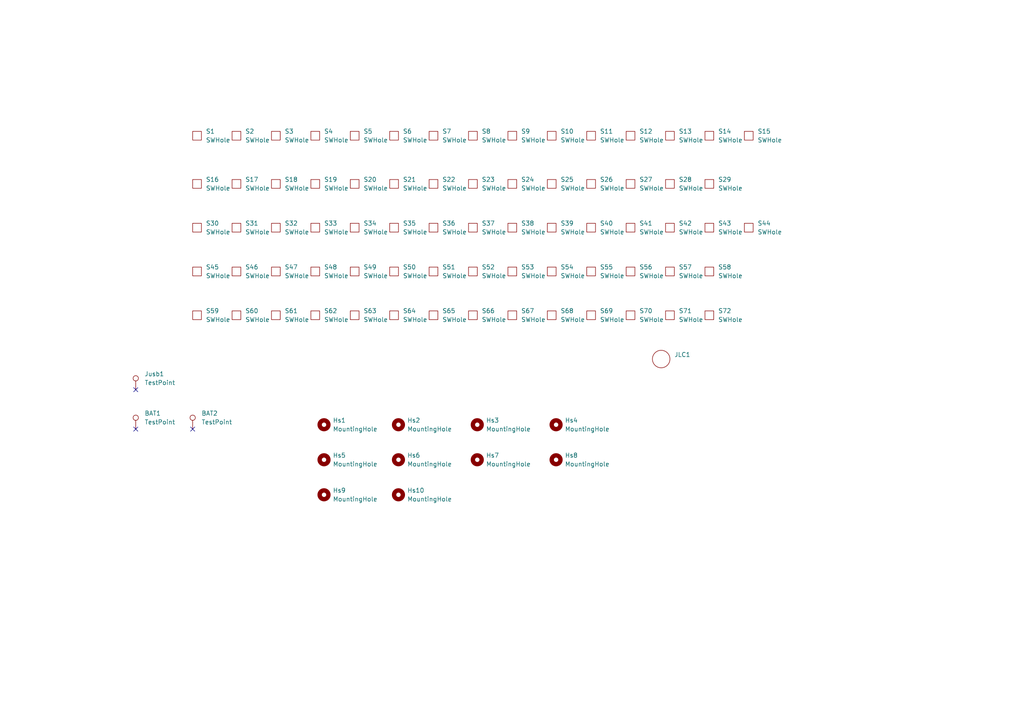
<source format=kicad_sch>
(kicad_sch (version 20250114) (generator "eeschema") (generator_version "9.0")
  (paper "A4")
  (lib_symbols
    (symbol "Connector:TestPoint" (pin_numbers (hide yes)) (pin_names (offset 0.762) (hide yes))
      (property "Reference" "TP" (at 0 6.858 0))
      (property "Value" "TestPoint" (at 0 5.08 0))
      (symbol "TestPoint_0_1"
        (circle (center 0 3.302) (radius 0.762))
      )
      (symbol "TestPoint_1_1"
        (pin passive line (at 0 0 90) (length 2.54) (name "1") (number "1"))
      )
    )
    (symbol "Giri:JLC_Order_Num"
      (property "Reference" "JLC" (at 0 0 0))
      (property "Value" "JLC_Order_Num" (at 0 0 0))
      (symbol "JLC_Order_Num_0_1"
        (circle (center 0 0) (radius 2.54) (stroke (width 0.1524)))
      )
    )
    (symbol "Mechanical:MountingHole" (pin_names (offset 1.016)) (in_bom no)
      (property "Reference" "H" (at 0 5.08 0))
      (property "Value" "MountingHole" (at 0 3.175 0))
      (symbol "MountingHole_0_1"
        (circle (center 0 0) (radius 1.27) (stroke (width 1.27)))
      )
    )
    (symbol "tmr-lib:SWHole"
      (property "Reference" "S" (at 0 2.54 0))
      (property "Value" "SWHole" (at 0 -2.54 0))
      (symbol "SWHole_0_1"
        (rectangle (start -1.27 1.27) (end 1.27 -1.27) (stroke (width 0.1524)))
      )
    )
  )
  (no_connect (at 39.37 124.46))
  (no_connect (at 39.37 113.03))
  (no_connect (at 55.88 124.46))
  (symbol (lib_id "tmr-lib:SWHole") (at 125.73 53.34 0) (unit 1)
    (property "Reference" "S22" (at 128.27 52.0699 0) (effects (justify left)))
    (property "Value" "SWHole" (at 128.27 54.6099 0) (effects (justify left)))
    (property "Footprint" "tmr-lib:Switch_Cutout" (effects (hide yes)))
  )
  (symbol (lib_id "tmr-lib:SWHole") (at 148.59 66.04 0) (unit 1)
    (property "Reference" "S38" (at 151.13 64.7699 0) (effects (justify left)))
    (property "Value" "SWHole" (at 151.13 67.3099 0) (effects (justify left)))
    (property "Footprint" "tmr-lib:Switch_Cutout" (effects (hide yes)))
  )
  (symbol (lib_id "tmr-lib:SWHole") (at 68.58 91.44 0) (unit 1)
    (property "Reference" "S60" (at 71.12 90.1699 0) (effects (justify left)))
    (property "Value" "SWHole" (at 71.12 92.7099 0) (effects (justify left)))
    (property "Footprint" "tmr-lib:Switch_Cutout_1.25u" (effects (hide yes)))
  )
  (symbol (lib_id "tmr-lib:SWHole") (at 137.16 66.04 0) (unit 1)
    (property "Reference" "S37" (at 139.7 64.7699 0) (effects (justify left)))
    (property "Value" "SWHole" (at 139.7 67.3099 0) (effects (justify left)))
    (property "Footprint" "tmr-lib:Switch_Cutout" (effects (hide yes)))
  )
  (symbol (lib_id "Mechanical:MountingHole") (at 115.57 133.35 0) (unit 1) (in_bom no)
    (property "Reference" "Hs6" (at 118.11 132.0799 0) (effects (justify left)))
    (property "Value" "MountingHole" (at 118.11 134.6199 0) (effects (justify left)))
    (property "Footprint" "tmr-lib:MountingHole_1.8mm_M1.6_NoPad" (effects (hide yes)))
    (property "Description" "Mounting Hole without connection" (effects (hide yes)))
  )
  (symbol (lib_id "tmr-lib:SWHole") (at 205.74 78.74 0) (unit 1)
    (property "Reference" "S58" (at 208.28 77.4699 0) (effects (justify left)))
    (property "Value" "SWHole" (at 208.28 80.0099 0) (effects (justify left)))
    (property "Footprint" "tmr-lib:Switch_Cutout" (effects (hide yes)))
  )
  (symbol (lib_id "tmr-lib:SWHole") (at 102.87 53.34 0) (unit 1)
    (property "Reference" "S20" (at 105.41 52.0699 0) (effects (justify left)))
    (property "Value" "SWHole" (at 105.41 54.6099 0) (effects (justify left)))
    (property "Footprint" "tmr-lib:Switch_Cutout" (effects (hide yes)))
  )
  (symbol (lib_id "tmr-lib:SWHole") (at 114.3 78.74 0) (unit 1)
    (property "Reference" "S50" (at 116.84 77.4699 0) (effects (justify left)))
    (property "Value" "SWHole" (at 116.84 80.0099 0) (effects (justify left)))
    (property "Footprint" "tmr-lib:Switch_Cutout" (effects (hide yes)))
  )
  (symbol (lib_id "tmr-lib:SWHole") (at 114.3 91.44 0) (unit 1)
    (property "Reference" "S64" (at 116.84 90.1699 0) (effects (justify left)))
    (property "Value" "SWHole" (at 116.84 92.7099 0) (effects (justify left)))
    (property "Footprint" "tmr-lib:Switch_Cutout_2u" (effects (hide yes)))
  )
  (symbol (lib_id "Giri:JLC_Order_Num") (at 191.77 104.14 0) (unit 1)
    (property "Reference" "JLC1" (at 195.58 102.87 0) (effects (justify left)))
    (property "Value" "JLC_Order_Num" (effects (hide yes)))
    (property "Footprint" "tmr-lib:JLC_Order_Num" (effects (hide yes)))
  )
  (symbol (lib_id "tmr-lib:SWHole") (at 80.01 78.74 0) (unit 1)
    (property "Reference" "S47" (at 82.55 77.4699 0) (effects (justify left)))
    (property "Value" "SWHole" (at 82.55 80.0099 0) (effects (justify left)))
    (property "Footprint" "tmr-lib:Switch_Cutout" (effects (hide yes)))
  )
  (symbol (lib_id "tmr-lib:SWHole") (at 114.3 39.37 0) (unit 1)
    (property "Reference" "S6" (at 116.84 38.0999 0) (effects (justify left)))
    (property "Value" "SWHole" (at 116.84 40.6399 0) (effects (justify left)))
    (property "Footprint" "tmr-lib:Switch_Cutout" (effects (hide yes)))
  )
  (symbol (lib_id "tmr-lib:SWHole") (at 68.58 53.34 0) (unit 1)
    (property "Reference" "S17" (at 71.12 52.0699 0) (effects (justify left)))
    (property "Value" "SWHole" (at 71.12 54.6099 0) (effects (justify left)))
    (property "Footprint" "tmr-lib:Switch_Cutout" (effects (hide yes)))
  )
  (symbol (lib_id "Mechanical:MountingHole") (at 161.29 133.35 0) (unit 1) (in_bom no)
    (property "Reference" "Hs8" (at 163.83 132.0799 0) (effects (justify left)))
    (property "Value" "MountingHole" (at 163.83 134.6199 0) (effects (justify left)))
    (property "Footprint" "tmr-lib:MountingHole_1.8mm_M1.6_NoPad" (effects (hide yes)))
    (property "Description" "Mounting Hole without connection" (effects (hide yes)))
  )
  (symbol (lib_id "tmr-lib:SWHole") (at 194.31 78.74 0) (unit 1)
    (property "Reference" "S57" (at 196.85 77.4699 0) (effects (justify left)))
    (property "Value" "SWHole" (at 196.85 80.0099 0) (effects (justify left)))
    (property "Footprint" "tmr-lib:Switch_Cutout" (effects (hide yes)))
  )
  (symbol (lib_id "tmr-lib:SWHole") (at 194.31 53.34 0) (unit 1)
    (property "Reference" "S28" (at 196.85 52.0699 0) (effects (justify left)))
    (property "Value" "SWHole" (at 196.85 54.6099 0) (effects (justify left)))
    (property "Footprint" "tmr-lib:Switch_Cutout" (effects (hide yes)))
  )
  (symbol (lib_id "tmr-lib:SWHole") (at 194.31 66.04 0) (unit 1)
    (property "Reference" "S42" (at 196.85 64.7699 0) (effects (justify left)))
    (property "Value" "SWHole" (at 196.85 67.3099 0) (effects (justify left)))
    (property "Footprint" "tmr-lib:Switch_Cutout_1.25u" (effects (hide yes)))
  )
  (symbol (lib_id "tmr-lib:SWHole") (at 68.58 66.04 0) (unit 1)
    (property "Reference" "S31" (at 71.12 64.7699 0) (effects (justify left)))
    (property "Value" "SWHole" (at 71.12 67.3099 0) (effects (justify left)))
    (property "Footprint" "tmr-lib:Switch_Cutout" (effects (hide yes)))
  )
  (symbol (lib_id "tmr-lib:SWHole") (at 102.87 66.04 0) (unit 1)
    (property "Reference" "S34" (at 105.41 64.7699 0) (effects (justify left)))
    (property "Value" "SWHole" (at 105.41 67.3099 0) (effects (justify left)))
    (property "Footprint" "tmr-lib:Switch_Cutout" (effects (hide yes)))
  )
  (symbol (lib_id "tmr-lib:SWHole") (at 57.15 78.74 0) (unit 1)
    (property "Reference" "S45" (at 59.69 77.4699 0) (effects (justify left)))
    (property "Value" "SWHole" (at 59.69 80.0099 0) (effects (justify left)))
    (property "Footprint" "tmr-lib:Switch_Cutout_1.25u" (effects (hide yes)))
  )
  (symbol (lib_id "Mechanical:MountingHole") (at 93.98 123.19 0) (unit 1) (in_bom no)
    (property "Reference" "Hs1" (at 96.52 121.9199 0) (effects (justify left)))
    (property "Value" "MountingHole" (at 96.52 124.4599 0) (effects (justify left)))
    (property "Footprint" "tmr-lib:MountingHole_1.8mm_M1.6_NoPad" (effects (hide yes)))
    (property "Description" "Mounting Hole without connection" (effects (hide yes)))
  )
  (symbol (lib_id "tmr-lib:SWHole") (at 57.15 39.37 0) (unit 1)
    (property "Reference" "S1" (at 59.69 38.0999 0) (effects (justify left)))
    (property "Value" "SWHole" (at 59.69 40.6399 0) (effects (justify left)))
    (property "Footprint" "tmr-lib:Switch_Cutout" (effects (hide yes)))
  )
  (symbol (lib_id "tmr-lib:SWHole") (at 205.74 91.44 0) (unit 1)
    (property "Reference" "S72" (at 208.28 90.1699 0) (effects (justify left)))
    (property "Value" "SWHole" (at 208.28 92.7099 0) (effects (justify left)))
    (property "Footprint" "tmr-lib:Switch_Cutout" (effects (hide yes)))
  )
  (symbol (lib_id "tmr-lib:SWHole") (at 125.73 39.37 0) (unit 1)
    (property "Reference" "S7" (at 128.27 38.0999 0) (effects (justify left)))
    (property "Value" "SWHole" (at 128.27 40.6399 0) (effects (justify left)))
    (property "Footprint" "tmr-lib:Switch_Cutout" (effects (hide yes)))
  )
  (symbol (lib_id "tmr-lib:SWHole") (at 148.59 39.37 0) (unit 1)
    (property "Reference" "S9" (at 151.13 38.0999 0) (effects (justify left)))
    (property "Value" "SWHole" (at 151.13 40.6399 0) (effects (justify left)))
    (property "Footprint" "tmr-lib:Switch_Cutout" (effects (hide yes)))
  )
  (symbol (lib_id "tmr-lib:SWHole") (at 68.58 78.74 0) (unit 1)
    (property "Reference" "S46" (at 71.12 77.4699 0) (effects (justify left)))
    (property "Value" "SWHole" (at 71.12 80.0099 0) (effects (justify left)))
    (property "Footprint" "tmr-lib:Switch_Cutout_1.75u" (effects (hide yes)))
  )
  (symbol (lib_id "tmr-lib:SWHole") (at 171.45 91.44 0) (unit 1)
    (property "Reference" "S69" (at 173.99 90.1699 0) (effects (justify left)))
    (property "Value" "SWHole" (at 173.99 92.7099 0) (effects (justify left)))
    (property "Footprint" "tmr-lib:Switch_Cutout" (effects (hide yes)))
  )
  (symbol (lib_id "tmr-lib:SWHole") (at 171.45 39.37 0) (unit 1)
    (property "Reference" "S11" (at 173.99 38.0999 0) (effects (justify left)))
    (property "Value" "SWHole" (at 173.99 40.6399 0) (effects (justify left)))
    (property "Footprint" "tmr-lib:Switch_Cutout" (effects (hide yes)))
  )
  (symbol (lib_id "tmr-lib:SWHole") (at 194.31 91.44 0) (unit 1)
    (property "Reference" "S71" (at 196.85 90.1699 0) (effects (justify left)))
    (property "Value" "SWHole" (at 196.85 92.7099 0) (effects (justify left)))
    (property "Footprint" "tmr-lib:Switch_Cutout" (effects (hide yes)))
  )
  (symbol (lib_id "tmr-lib:SWHole") (at 205.74 39.37 0) (unit 1)
    (property "Reference" "S14" (at 208.28 38.0999 0) (effects (justify left)))
    (property "Value" "SWHole" (at 208.28 40.6399 0) (effects (justify left)))
    (property "Footprint" "tmr-lib:Switch_Cutout" (effects (hide yes)))
  )
  (symbol (lib_id "tmr-lib:SWHole") (at 148.59 91.44 0) (unit 1)
    (property "Reference" "S67" (at 151.13 90.1699 0) (effects (justify left)))
    (property "Value" "SWHole" (at 151.13 92.7099 0) (effects (justify left)))
    (property "Footprint" "tmr-lib:Switch_Cutout" (effects (hide yes)))
  )
  (symbol (lib_id "tmr-lib:SWHole") (at 91.44 53.34 0) (unit 1)
    (property "Reference" "S19" (at 93.98 52.0699 0) (effects (justify left)))
    (property "Value" "SWHole" (at 93.98 54.6099 0) (effects (justify left)))
    (property "Footprint" "tmr-lib:Switch_Cutout" (effects (hide yes)))
  )
  (symbol (lib_id "tmr-lib:SWHole") (at 102.87 39.37 0) (unit 1)
    (property "Reference" "S5" (at 105.41 38.0999 0) (effects (justify left)))
    (property "Value" "SWHole" (at 105.41 40.6399 0) (effects (justify left)))
    (property "Footprint" "tmr-lib:Switch_Cutout" (effects (hide yes)))
  )
  (symbol (lib_id "tmr-lib:SWHole") (at 91.44 39.37 0) (unit 1)
    (property "Reference" "S4" (at 93.98 38.0999 0) (effects (justify left)))
    (property "Value" "SWHole" (at 93.98 40.6399 0) (effects (justify left)))
    (property "Footprint" "tmr-lib:Switch_Cutout" (effects (hide yes)))
  )
  (symbol (lib_id "tmr-lib:SWHole") (at 137.16 91.44 0) (unit 1)
    (property "Reference" "S66" (at 139.7 90.1699 0) (effects (justify left)))
    (property "Value" "SWHole" (at 139.7 92.7099 0) (effects (justify left)))
    (property "Footprint" "tmr-lib:Switch_Cutout_2u" (effects (hide yes)))
  )
  (symbol (lib_id "tmr-lib:SWHole") (at 182.88 91.44 0) (unit 1)
    (property "Reference" "S70" (at 185.42 90.1699 0) (effects (justify left)))
    (property "Value" "SWHole" (at 185.42 92.7099 0) (effects (justify left)))
    (property "Footprint" "tmr-lib:Switch_Cutout" (effects (hide yes)))
  )
  (symbol (lib_id "tmr-lib:SWHole") (at 68.58 39.37 0) (unit 1)
    (property "Reference" "S2" (at 71.12 38.0999 0) (effects (justify left)))
    (property "Value" "SWHole" (at 71.12 40.6399 0) (effects (justify left)))
    (property "Footprint" "tmr-lib:Switch_Cutout" (effects (hide yes)))
  )
  (symbol (lib_id "tmr-lib:SWHole") (at 125.73 78.74 0) (unit 1)
    (property "Reference" "S51" (at 128.27 77.4699 0) (effects (justify left)))
    (property "Value" "SWHole" (at 128.27 80.0099 0) (effects (justify left)))
    (property "Footprint" "tmr-lib:Switch_Cutout" (effects (hide yes)))
  )
  (symbol (lib_id "Mechanical:MountingHole") (at 138.43 133.35 0) (unit 1) (in_bom no)
    (property "Reference" "Hs7" (at 140.97 132.0799 0) (effects (justify left)))
    (property "Value" "MountingHole" (at 140.97 134.6199 0) (effects (justify left)))
    (property "Footprint" "tmr-lib:MountingHole_1.8mm_M1.6_NoPad" (effects (hide yes)))
    (property "Description" "Mounting Hole without connection" (effects (hide yes)))
  )
  (symbol (lib_id "tmr-lib:SWHole") (at 137.16 53.34 0) (unit 1)
    (property "Reference" "S23" (at 139.7 52.0699 0) (effects (justify left)))
    (property "Value" "SWHole" (at 139.7 54.6099 0) (effects (justify left)))
    (property "Footprint" "tmr-lib:Switch_Cutout" (effects (hide yes)))
  )
  (symbol (lib_id "Mechanical:MountingHole") (at 115.57 143.51 0) (unit 1) (in_bom no)
    (property "Reference" "Hs10" (at 118.11 142.2399 0) (effects (justify left)))
    (property "Value" "MountingHole" (at 118.11 144.7799 0) (effects (justify left)))
    (property "Footprint" "tmr-lib:MountingHole_1.8mm_M1.6_NoPad" (effects (hide yes)))
    (property "Description" "Mounting Hole without connection" (effects (hide yes)))
  )
  (symbol (lib_id "tmr-lib:SWHole") (at 91.44 78.74 0) (unit 1)
    (property "Reference" "S48" (at 93.98 77.4699 0) (effects (justify left)))
    (property "Value" "SWHole" (at 93.98 80.0099 0) (effects (justify left)))
    (property "Footprint" "tmr-lib:Switch_Cutout" (effects (hide yes)))
  )
  (symbol (lib_id "Mechanical:MountingHole") (at 115.57 123.19 0) (unit 1) (in_bom no)
    (property "Reference" "Hs2" (at 118.11 121.9199 0) (effects (justify left)))
    (property "Value" "MountingHole" (at 118.11 124.4599 0) (effects (justify left)))
    (property "Footprint" "tmr-lib:MountingHole_1.8mm_M1.6_NoPad" (effects (hide yes)))
    (property "Description" "Mounting Hole without connection" (effects (hide yes)))
  )
  (symbol (lib_id "tmr-lib:SWHole") (at 80.01 53.34 0) (unit 1)
    (property "Reference" "S18" (at 82.55 52.0699 0) (effects (justify left)))
    (property "Value" "SWHole" (at 82.55 54.6099 0) (effects (justify left)))
    (property "Footprint" "tmr-lib:Switch_Cutout" (effects (hide yes)))
  )
  (symbol (lib_id "tmr-lib:SWHole") (at 171.45 78.74 0) (unit 1)
    (property "Reference" "S55" (at 173.99 77.4699 0) (effects (justify left)))
    (property "Value" "SWHole" (at 173.99 80.0099 0) (effects (justify left)))
    (property "Footprint" "tmr-lib:Switch_Cutout" (effects (hide yes)))
  )
  (symbol (lib_id "tmr-lib:SWHole") (at 80.01 66.04 0) (unit 1)
    (property "Reference" "S32" (at 82.55 64.7699 0) (effects (justify left)))
    (property "Value" "SWHole" (at 82.55 67.3099 0) (effects (justify left)))
    (property "Footprint" "tmr-lib:Switch_Cutout" (effects (hide yes)))
  )
  (symbol (lib_id "tmr-lib:SWHole") (at 102.87 78.74 0) (unit 1)
    (property "Reference" "S49" (at 105.41 77.4699 0) (effects (justify left)))
    (property "Value" "SWHole" (at 105.41 80.0099 0) (effects (justify left)))
    (property "Footprint" "tmr-lib:Switch_Cutout" (effects (hide yes)))
  )
  (symbol (lib_id "Mechanical:MountingHole") (at 138.43 123.19 0) (unit 1) (in_bom no)
    (property "Reference" "Hs3" (at 140.97 121.9199 0) (effects (justify left)))
    (property "Value" "MountingHole" (at 140.97 124.4599 0) (effects (justify left)))
    (property "Footprint" "tmr-lib:MountingHole_1.8mm_M1.6_NoPad" (effects (hide yes)))
    (property "Description" "Mounting Hole without connection" (effects (hide yes)))
  )
  (symbol (lib_id "Connector:TestPoint") (at 39.37 113.03 0) (unit 1)
    (property "Reference" "Jusb1" (at 41.91 108.4579 0) (effects (justify left)))
    (property "Value" "TestPoint" (at 41.91 110.9979 0) (effects (justify left)))
    (property "Footprint" "tmr-lib:Dummy" (effects (hide yes)))
    (property "Description" "test point" (effects (hide yes)))
  )
  (symbol (lib_id "tmr-lib:SWHole") (at 160.02 39.37 0) (unit 1)
    (property "Reference" "S10" (at 162.56 38.0999 0) (effects (justify left)))
    (property "Value" "SWHole" (at 162.56 40.6399 0) (effects (justify left)))
    (property "Footprint" "tmr-lib:Switch_Cutout" (effects (hide yes)))
  )
  (symbol (lib_id "tmr-lib:SWHole") (at 114.3 66.04 0) (unit 1)
    (property "Reference" "S35" (at 116.84 64.7699 0) (effects (justify left)))
    (property "Value" "SWHole" (at 116.84 67.3099 0) (effects (justify left)))
    (property "Footprint" "tmr-lib:Switch_Cutout" (effects (hide yes)))
  )
  (symbol (lib_id "tmr-lib:SWHole") (at 57.15 53.34 0) (unit 1)
    (property "Reference" "S16" (at 59.69 52.0699 0) (effects (justify left)))
    (property "Value" "SWHole" (at 59.69 54.6099 0) (effects (justify left)))
    (property "Footprint" "tmr-lib:Switch_Cutout" (effects (hide yes)))
  )
  (symbol (lib_id "tmr-lib:SWHole") (at 205.74 66.04 0) (unit 1)
    (property "Reference" "S43" (at 208.28 64.7699 0) (effects (justify left)))
    (property "Value" "SWHole" (at 208.28 67.3099 0) (effects (justify left)))
    (property "Footprint" "tmr-lib:Switch_Cutout" (effects (hide yes)))
  )
  (symbol (lib_id "tmr-lib:SWHole") (at 160.02 78.74 0) (unit 1)
    (property "Reference" "S54" (at 162.56 77.4699 0) (effects (justify left)))
    (property "Value" "SWHole" (at 162.56 80.0099 0) (effects (justify left)))
    (property "Footprint" "tmr-lib:Switch_Cutout" (effects (hide yes)))
  )
  (symbol (lib_id "tmr-lib:SWHole") (at 171.45 53.34 0) (unit 1)
    (property "Reference" "S26" (at 173.99 52.0699 0) (effects (justify left)))
    (property "Value" "SWHole" (at 173.99 54.6099 0) (effects (justify left)))
    (property "Footprint" "tmr-lib:Switch_Cutout" (effects (hide yes)))
  )
  (symbol (lib_id "Mechanical:MountingHole") (at 93.98 143.51 0) (unit 1) (in_bom no)
    (property "Reference" "Hs9" (at 96.52 142.2399 0) (effects (justify left)))
    (property "Value" "MountingHole" (at 96.52 144.7799 0) (effects (justify left)))
    (property "Footprint" "tmr-lib:MountingHole_1.8mm_M1.6_NoPad" (effects (hide yes)))
    (property "Description" "Mounting Hole without connection" (effects (hide yes)))
  )
  (symbol (lib_id "tmr-lib:SWHole") (at 182.88 78.74 0) (unit 1)
    (property "Reference" "S56" (at 185.42 77.4699 0) (effects (justify left)))
    (property "Value" "SWHole" (at 185.42 80.0099 0) (effects (justify left)))
    (property "Footprint" "tmr-lib:Switch_Cutout" (effects (hide yes)))
  )
  (symbol (lib_id "Mechanical:MountingHole") (at 93.98 133.35 0) (unit 1) (in_bom no)
    (property "Reference" "Hs5" (at 96.52 132.0799 0) (effects (justify left)))
    (property "Value" "MountingHole" (at 96.52 134.6199 0) (effects (justify left)))
    (property "Footprint" "tmr-lib:MountingHole_1.8mm_M1.6_NoPad" (effects (hide yes)))
    (property "Description" "Mounting Hole without connection" (effects (hide yes)))
  )
  (symbol (lib_id "tmr-lib:SWHole") (at 91.44 91.44 0) (unit 1)
    (property "Reference" "S62" (at 93.98 90.1699 0) (effects (justify left)))
    (property "Value" "SWHole" (at 93.98 92.7099 0) (effects (justify left)))
    (property "Footprint" "tmr-lib:Switch_Cutout" (effects (hide yes)))
  )
  (symbol (lib_id "tmr-lib:SWHole") (at 137.16 39.37 0) (unit 1)
    (property "Reference" "S8" (at 139.7 38.0999 0) (effects (justify left)))
    (property "Value" "SWHole" (at 139.7 40.6399 0) (effects (justify left)))
    (property "Footprint" "tmr-lib:Switch_Cutout" (effects (hide yes)))
  )
  (symbol (lib_id "tmr-lib:SWHole") (at 182.88 39.37 0) (unit 1)
    (property "Reference" "S12" (at 185.42 38.0999 0) (effects (justify left)))
    (property "Value" "SWHole" (at 185.42 40.6399 0) (effects (justify left)))
    (property "Footprint" "tmr-lib:Switch_Cutout" (effects (hide yes)))
  )
  (symbol (lib_id "tmr-lib:SWHole") (at 182.88 66.04 0) (unit 1)
    (property "Reference" "S41" (at 185.42 64.7699 0) (effects (justify left)))
    (property "Value" "SWHole" (at 185.42 67.3099 0) (effects (justify left)))
    (property "Footprint" "tmr-lib:Switch_Cutout" (effects (hide yes)))
  )
  (symbol (lib_id "tmr-lib:SWHole") (at 57.15 66.04 0) (unit 1)
    (property "Reference" "S30" (at 59.69 64.7699 0) (effects (justify left)))
    (property "Value" "SWHole" (at 59.69 67.3099 0) (effects (justify left)))
    (property "Footprint" "tmr-lib:Switch_Cutout_1.25u" (effects (hide yes)))
  )
  (symbol (lib_id "tmr-lib:SWHole") (at 137.16 78.74 0) (unit 1)
    (property "Reference" "S52" (at 139.7 77.4699 0) (effects (justify left)))
    (property "Value" "SWHole" (at 139.7 80.0099 0) (effects (justify left)))
    (property "Footprint" "tmr-lib:Switch_Cutout" (effects (hide yes)))
  )
  (symbol (lib_id "tmr-lib:SWHole") (at 125.73 91.44 0) (unit 1)
    (property "Reference" "S65" (at 128.27 90.1699 0) (effects (justify left)))
    (property "Value" "SWHole" (at 128.27 92.7099 0) (effects (justify left)))
    (property "Footprint" "tmr-lib:Switch_Cutout" (effects (hide yes)))
  )
  (symbol (lib_id "tmr-lib:SWHole") (at 148.59 78.74 0) (unit 1)
    (property "Reference" "S53" (at 151.13 77.4699 0) (effects (justify left)))
    (property "Value" "SWHole" (at 151.13 80.0099 0) (effects (justify left)))
    (property "Footprint" "tmr-lib:Switch_Cutout" (effects (hide yes)))
  )
  (symbol (lib_id "tmr-lib:SWHole") (at 160.02 53.34 0) (unit 1)
    (property "Reference" "S25" (at 162.56 52.0699 0) (effects (justify left)))
    (property "Value" "SWHole" (at 162.56 54.6099 0) (effects (justify left)))
    (property "Footprint" "tmr-lib:Switch_Cutout" (effects (hide yes)))
  )
  (symbol (lib_id "Connector:TestPoint") (at 39.37 124.46 0) (unit 1)
    (property "Reference" "BAT1" (at 41.91 119.8879 0) (effects (justify left)))
    (property "Value" "TestPoint" (at 41.91 122.4279 0) (effects (justify left)))
    (property "Footprint" "tmr-lib:Dummy" (effects (hide yes)))
    (property "Description" "test point" (effects (hide yes)))
  )
  (symbol (lib_id "tmr-lib:SWHole") (at 160.02 91.44 0) (unit 1)
    (property "Reference" "S68" (at 162.56 90.1699 0) (effects (justify left)))
    (property "Value" "SWHole" (at 162.56 92.7099 0) (effects (justify left)))
    (property "Footprint" "tmr-lib:Switch_Cutout" (effects (hide yes)))
  )
  (symbol (lib_id "tmr-lib:SWHole") (at 148.59 53.34 0) (unit 1)
    (property "Reference" "S24" (at 151.13 52.0699 0) (effects (justify left)))
    (property "Value" "SWHole" (at 151.13 54.6099 0) (effects (justify left)))
    (property "Footprint" "tmr-lib:Switch_Cutout" (effects (hide yes)))
  )
  (symbol (lib_id "tmr-lib:SWHole") (at 217.17 39.37 0) (unit 1)
    (property "Reference" "S15" (at 219.71 38.0999 0) (effects (justify left)))
    (property "Value" "SWHole" (at 219.71 40.6399 0) (effects (justify left)))
    (property "Footprint" "tmr-lib:Switch_Cutout" (effects (hide yes)))
  )
  (symbol (lib_id "tmr-lib:SWHole") (at 217.17 66.04 0) (unit 1)
    (property "Reference" "S44" (at 219.71 64.7699 0) (effects (justify left)))
    (property "Value" "SWHole" (at 219.71 67.3099 0) (effects (justify left)))
    (property "Footprint" "tmr-lib:Switch_Cutout" (effects (hide yes)))
  )
  (symbol (lib_id "tmr-lib:SWHole") (at 80.01 39.37 0) (unit 1)
    (property "Reference" "S3" (at 82.55 38.0999 0) (effects (justify left)))
    (property "Value" "SWHole" (at 82.55 40.6399 0) (effects (justify left)))
    (property "Footprint" "tmr-lib:Switch_Cutout" (effects (hide yes)))
  )
  (symbol (lib_id "tmr-lib:SWHole") (at 80.01 91.44 0) (unit 1)
    (property "Reference" "S61" (at 82.55 90.1699 0) (effects (justify left)))
    (property "Value" "SWHole" (at 82.55 92.7099 0) (effects (justify left)))
    (property "Footprint" "tmr-lib:Switch_Cutout" (effects (hide yes)))
  )
  (symbol (lib_id "tmr-lib:SWHole") (at 160.02 66.04 0) (unit 1)
    (property "Reference" "S39" (at 162.56 64.7699 0) (effects (justify left)))
    (property "Value" "SWHole" (at 162.56 67.3099 0) (effects (justify left)))
    (property "Footprint" "tmr-lib:Switch_Cutout" (effects (hide yes)))
  )
  (symbol (lib_id "tmr-lib:SWHole") (at 125.73 66.04 0) (unit 1)
    (property "Reference" "S36" (at 128.27 64.7699 0) (effects (justify left)))
    (property "Value" "SWHole" (at 128.27 67.3099 0) (effects (justify left)))
    (property "Footprint" "tmr-lib:Switch_Cutout" (effects (hide yes)))
  )
  (symbol (lib_id "Connector:TestPoint") (at 55.88 124.46 0) (unit 1)
    (property "Reference" "BAT2" (at 58.42 119.8879 0) (effects (justify left)))
    (property "Value" "TestPoint" (at 58.42 122.4279 0) (effects (justify left)))
    (property "Footprint" "tmr-lib:Dummy" (effects (hide yes)))
    (property "Description" "test point" (effects (hide yes)))
  )
  (symbol (lib_id "tmr-lib:SWHole") (at 194.31 39.37 0) (unit 1)
    (property "Reference" "S13" (at 196.85 38.0999 0) (effects (justify left)))
    (property "Value" "SWHole" (at 196.85 40.6399 0) (effects (justify left)))
    (property "Footprint" "tmr-lib:Switch_Cutout" (effects (hide yes)))
  )
  (symbol (lib_id "tmr-lib:SWHole") (at 171.45 66.04 0) (unit 1)
    (property "Reference" "S40" (at 173.99 64.7699 0) (effects (justify left)))
    (property "Value" "SWHole" (at 173.99 67.3099 0) (effects (justify left)))
    (property "Footprint" "tmr-lib:Switch_Cutout" (effects (hide yes)))
  )
  (symbol (lib_id "tmr-lib:SWHole") (at 205.74 53.34 0) (unit 1)
    (property "Reference" "S29" (at 208.28 52.0699 0) (effects (justify left)))
    (property "Value" "SWHole" (at 208.28 54.6099 0) (effects (justify left)))
    (property "Footprint" "tmr-lib:Switch_Cutout" (effects (hide yes)))
  )
  (symbol (lib_id "Mechanical:MountingHole") (at 161.29 123.19 0) (unit 1) (in_bom no)
    (property "Reference" "Hs4" (at 163.83 121.9199 0) (effects (justify left)))
    (property "Value" "MountingHole" (at 163.83 124.4599 0) (effects (justify left)))
    (property "Footprint" "tmr-lib:MountingHole_1.8mm_M1.6_NoPad" (effects (hide yes)))
    (property "Description" "Mounting Hole without connection" (effects (hide yes)))
  )
  (symbol (lib_id "tmr-lib:SWHole") (at 57.15 91.44 0) (unit 1)
    (property "Reference" "S59" (at 59.69 90.1699 0) (effects (justify left)))
    (property "Value" "SWHole" (at 59.69 92.7099 0) (effects (justify left)))
    (property "Footprint" "tmr-lib:Switch_Cutout_1.25u" (effects (hide yes)))
  )
  (symbol (lib_id "tmr-lib:SWHole") (at 102.87 91.44 0) (unit 1)
    (property "Reference" "S63" (at 105.41 90.1699 0) (effects (justify left)))
    (property "Value" "SWHole" (at 105.41 92.7099 0) (effects (justify left)))
    (property "Footprint" "tmr-lib:Switch_Cutout" (effects (hide yes)))
  )
  (symbol (lib_id "tmr-lib:SWHole") (at 182.88 53.34 0) (unit 1)
    (property "Reference" "S27" (at 185.42 52.0699 0) (effects (justify left)))
    (property "Value" "SWHole" (at 185.42 54.6099 0) (effects (justify left)))
    (property "Footprint" "tmr-lib:Switch_Cutout" (effects (hide yes)))
  )
  (symbol (lib_id "tmr-lib:SWHole") (at 91.44 66.04 0) (unit 1)
    (property "Reference" "S33" (at 93.98 64.7699 0) (effects (justify left)))
    (property "Value" "SWHole" (at 93.98 67.3099 0) (effects (justify left)))
    (property "Footprint" "tmr-lib:Switch_Cutout" (effects (hide yes)))
  )
  (symbol (lib_id "tmr-lib:SWHole") (at 114.3 53.34 0) (unit 1)
    (property "Reference" "S21" (at 116.84 52.0699 0) (effects (justify left)))
    (property "Value" "SWHole" (at 116.84 54.6099 0) (effects (justify left)))
    (property "Footprint" "tmr-lib:Switch_Cutout" (effects (hide yes)))
  )
)
</source>
